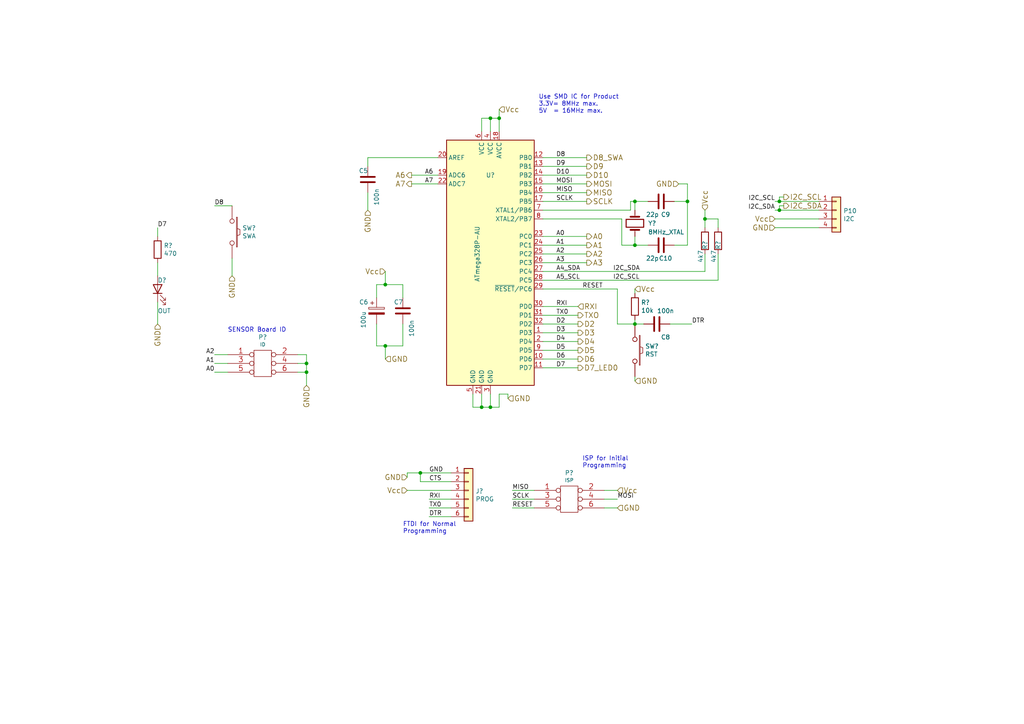
<source format=kicad_sch>
(kicad_sch (version 20250114) (generator "eeschema") (generator_version "9.0")
  (paper "A4")
  (lib_symbols
    (symbol "Connector_Generic:Conn_01x04" (pin_names (offset 1.016) (hide yes))
      (property "Reference" "J" (at 0 5.08 0))
      (property "Value" "Conn_01x04" (at 0 -7.62 0))
      (symbol "Conn_01x04_1_1"
        (rectangle (start -1.27 3.81) (end 1.27 -6.35) (stroke (width 0.254)) (fill (type background)))
        (rectangle (start -1.27 2.667) (end 0 2.413) (stroke (width 0.1524)))
        (rectangle (start -1.27 0.127) (end 0 -0.127) (stroke (width 0.1524)))
        (rectangle (start -1.27 -2.413) (end 0 -2.667) (stroke (width 0.1524)))
        (rectangle (start -1.27 -4.953) (end 0 -5.207) (stroke (width 0.1524)))
        (pin passive line (at -5.08 2.54 0) (length 3.81) (name "Pin_1") (number "1"))
        (pin passive line (at -5.08 0 0) (length 3.81) (name "Pin_2") (number "2"))
        (pin passive line (at -5.08 -2.54 0) (length 3.81) (name "Pin_3") (number "3"))
        (pin passive line (at -5.08 -5.08 0) (length 3.81) (name "Pin_4") (number "4"))
      )
    )
    (symbol "Connector_Generic:Conn_01x06" (pin_names (offset 1.016) (hide yes))
      (property "Reference" "J" (at 0 7.62 0))
      (property "Value" "Conn_01x06" (at 0 -10.16 0))
      (symbol "Conn_01x06_1_1"
        (rectangle (start -1.27 6.35) (end 1.27 -8.89) (stroke (width 0.254)) (fill (type background)))
        (rectangle (start -1.27 5.207) (end 0 4.953) (stroke (width 0.1524)))
        (rectangle (start -1.27 2.667) (end 0 2.413) (stroke (width 0.1524)))
        (rectangle (start -1.27 0.127) (end 0 -0.127) (stroke (width 0.1524)))
        (rectangle (start -1.27 -2.413) (end 0 -2.667) (stroke (width 0.1524)))
        (rectangle (start -1.27 -4.953) (end 0 -5.207) (stroke (width 0.1524)))
        (rectangle (start -1.27 -7.493) (end 0 -7.747) (stroke (width 0.1524)))
        (pin passive line (at -5.08 5.08 0) (length 3.81) (name "Pin_1") (number "1"))
        (pin passive line (at -5.08 2.54 0) (length 3.81) (name "Pin_2") (number "2"))
        (pin passive line (at -5.08 0 0) (length 3.81) (name "Pin_3") (number "3"))
        (pin passive line (at -5.08 -2.54 0) (length 3.81) (name "Pin_4") (number "4"))
        (pin passive line (at -5.08 -5.08 0) (length 3.81) (name "Pin_5") (number "5"))
        (pin passive line (at -5.08 -7.62 0) (length 3.81) (name "Pin_6") (number "6"))
      )
    )
    (symbol "Device:CP" (pin_numbers (hide yes)) (pin_names (offset 0.254))
      (property "Reference" "C" (at 0.635 2.54 0))
      (property "Value" "Device_CP" (at 0.635 -2.54 0))
      (symbol "CP_0_1"
        (rectangle (start -2.286 0.508) (end 2.286 1.016))
        (polyline (pts (xy -1.778 2.286) (xy -0.762 2.286)))
        (polyline (pts (xy -1.27 2.794) (xy -1.27 1.778)))
        (rectangle (start 2.286 -0.508) (end -2.286 -1.016) (fill (type outline)))
      )
      (symbol "CP_1_1"
        (pin passive line (at 0 3.81 270) (length 2.794) (name "~") (number "1"))
        (pin passive line (at 0 -3.81 90) (length 2.794) (name "~") (number "2"))
      )
    )
    (symbol "Device:Crystal" (pin_numbers (hide yes)) (pin_names (offset 1.016) (hide yes))
      (property "Reference" "Y" (at 0 3.81 0))
      (property "Value" "Device_Crystal" (at 0 -3.81 0))
      (symbol "Crystal_0_1"
        (polyline (pts (xy -2.54 0) (xy -1.905 0)))
        (polyline (pts (xy -1.905 -1.27) (xy -1.905 1.27)) (stroke (width 0.508)))
        (rectangle (start -1.143 2.54) (end 1.143 -2.54) (stroke (width 0.3048)))
        (polyline (pts (xy 1.905 -1.27) (xy 1.905 1.27)) (stroke (width 0.508)))
        (polyline (pts (xy 2.54 0) (xy 1.905 0)))
      )
      (symbol "Crystal_1_1"
        (pin passive line (at -3.81 0 0) (length 1.27) (name "1") (number "1"))
        (pin passive line (at 3.81 0 180) (length 1.27) (name "2") (number "2"))
      )
    )
    (symbol "Device:LED" (pin_numbers (hide yes)) (pin_names (offset 1.016) (hide yes))
      (property "Reference" "D" (at 0 2.54 0))
      (property "Value" "Device_LED" (at 0 -2.54 0))
      (symbol "LED_0_1"
        (polyline (pts (xy -3.048 -0.762) (xy -4.572 -2.286) (xy -3.81 -2.286) (xy -4.572 -2.286) (xy -4.572 -1.524)))
        (polyline (pts (xy -1.778 -0.762) (xy -3.302 -2.286) (xy -2.54 -2.286) (xy -3.302 -2.286) (xy -3.302 -1.524)))
        (polyline (pts (xy -1.27 0) (xy 1.27 0)))
        (polyline (pts (xy -1.27 -1.27) (xy -1.27 1.27)) (stroke (width 0.254)))
        (polyline (pts (xy 1.27 -1.27) (xy 1.27 1.27) (xy -1.27 0) (xy 1.27 -1.27)) (stroke (width 0.254)))
      )
      (symbol "LED_1_1"
        (pin passive line (at -3.81 0 0) (length 2.54) (name "K") (number "1"))
        (pin passive line (at 3.81 0 180) (length 2.54) (name "A") (number "2"))
      )
    )
    (symbol "Device:R" (pin_numbers (hide yes)) (pin_names (offset 0))
      (property "Reference" "R" (at 2.032 0 90))
      (property "Value" "Device_R" (at 0 0 90))
      (symbol "R_0_1"
        (rectangle (start -1.016 -2.54) (end 1.016 2.54) (stroke (width 0.254)))
      )
      (symbol "R_1_1"
        (pin passive line (at 0 3.81 270) (length 1.27) (name "~") (number "1"))
        (pin passive line (at 0 -3.81 90) (length 1.27) (name "~") (number "2"))
      )
    )
    (symbol "device:C" (pin_numbers (hide yes)) (pin_names (offset 0.254))
      (property "Reference" "C" (at 0.635 2.54 0))
      (property "Value" "device_C" (at 0.635 -2.54 0))
      (symbol "C_0_1"
        (polyline (pts (xy -2.032 0.762) (xy 2.032 0.762)) (stroke (width 0.508)))
        (polyline (pts (xy -2.032 -0.762) (xy 2.032 -0.762)) (stroke (width 0.508)))
      )
      (symbol "C_1_1"
        (pin passive line (at 0 3.81 270) (length 2.794) (name "~") (number "1"))
        (pin passive line (at 0 -3.81 90) (length 2.794) (name "~") (number "2"))
      )
    )
    (symbol "matts_components:ATmega328P-AU-MCU_Microchip_ATmega"
      (property "Reference" "U" (at -12.7 36.83 0))
      (property "Value" "ATmega328P-AU-MCU_Microchip_ATmega" (at 2.54 -36.83 0))
      (symbol "ATmega328P-AU-MCU_Microchip_ATmega_0_1"
        (rectangle (start -12.7 -35.56) (end 12.7 35.56) (stroke (width 0.254)) (fill (type background)))
      )
      (symbol "ATmega328P-AU-MCU_Microchip_ATmega_1_1"
        (pin passive line (at -15.24 30.48 0) (length 2.54) (name "AREF") (number "20"))
        (pin input line (at -15.24 25.4 0) (length 2.54) (name "ADC6") (number "19"))
        (pin input line (at -15.24 22.86 0) (length 2.54) (name "ADC7") (number "22"))
        (pin power_in line (at -5.08 -38.1 90) (length 2.54) (name "GND") (number "5"))
        (pin power_in line (at -2.54 38.1 270) (length 2.54) (name "VCC") (number "6"))
        (pin power_in line (at -2.54 -38.1 90) (length 2.54) (name "GND") (number "21"))
        (pin power_in line (at 0 38.1 270) (length 2.54) (name "VCC") (number "4"))
        (pin power_in line (at 0 -38.1 90) (length 2.54) (name "GND") (number "3"))
        (pin power_in line (at 2.54 38.1 270) (length 2.54) (name "AVCC") (number "18"))
        (pin bidirectional line (at 15.24 30.48 180) (length 2.54) (name "PB0") (number "12"))
        (pin bidirectional line (at 15.24 27.94 180) (length 2.54) (name "PB1") (number "13"))
        (pin bidirectional line (at 15.24 25.4 180) (length 2.54) (name "PB2") (number "14"))
        (pin bidirectional line (at 15.24 22.86 180) (length 2.54) (name "PB3") (number "15"))
        (pin bidirectional line (at 15.24 20.32 180) (length 2.54) (name "PB4") (number "16"))
        (pin bidirectional line (at 15.24 17.78 180) (length 2.54) (name "PB5") (number "17"))
        (pin bidirectional line (at 15.24 15.24 180) (length 2.54) (name "XTAL1/PB6") (number "7"))
        (pin bidirectional line (at 15.24 12.7 180) (length 2.54) (name "XTAL2/PB7") (number "8"))
        (pin bidirectional line (at 15.24 7.62 180) (length 2.54) (name "PC0") (number "23"))
        (pin bidirectional line (at 15.24 5.08 180) (length 2.54) (name "PC1") (number "24"))
        (pin bidirectional line (at 15.24 2.54 180) (length 2.54) (name "PC2") (number "25"))
        (pin bidirectional line (at 15.24 0 180) (length 2.54) (name "PC3") (number "26"))
        (pin bidirectional line (at 15.24 -2.54 180) (length 2.54) (name "PC4") (number "27"))
        (pin bidirectional line (at 15.24 -5.08 180) (length 2.54) (name "PC5") (number "28"))
        (pin bidirectional line (at 15.24 -7.62 180) (length 2.54) (name "~{RESET}/PC6") (number "29"))
        (pin bidirectional line (at 15.24 -12.7 180) (length 2.54) (name "PD0") (number "30"))
        (pin bidirectional line (at 15.24 -15.24 180) (length 2.54) (name "PD1") (number "31"))
        (pin bidirectional line (at 15.24 -17.78 180) (length 2.54) (name "PD2") (number "32"))
        (pin bidirectional line (at 15.24 -20.32 180) (length 2.54) (name "PD3") (number "1"))
        (pin bidirectional line (at 15.24 -22.86 180) (length 2.54) (name "PD4") (number "2"))
        (pin bidirectional line (at 15.24 -25.4 180) (length 2.54) (name "PD5") (number "9"))
        (pin bidirectional line (at 15.24 -27.94 180) (length 2.54) (name "PD6") (number "10"))
        (pin bidirectional line (at 15.24 -30.48 180) (length 2.54) (name "PD7") (number "11"))
      )
    )
    (symbol "matts_components:ISP_3X2" (pin_names (offset 1.016) (hide yes))
      (property "Reference" "P" (at 0 6.35 0))
      (property "Value" "ISP_3X2" (at 0 1.27 90))
      (symbol "ISP_3X2_0_1"
        (rectangle (start -2.54 5.08) (end 2.54 -2.54))
      )
      (symbol "ISP_3X2_1_1"
        (pin passive inverted (at -10.16 3.81 0) (length 7.62) (name "1") (number "1"))
        (pin passive inverted (at -10.16 1.27 0) (length 7.62) (name "3") (number "3"))
        (pin passive inverted (at -10.16 -1.27 0) (length 7.62) (name "5") (number "5"))
        (pin passive inverted (at 10.16 3.81 180) (length 7.62) (name "2") (number "2"))
        (pin passive inverted (at 10.16 1.27 180) (length 7.62) (name "4") (number "4"))
        (pin passive inverted (at 10.16 -1.27 180) (length 7.62) (name "6") (number "6"))
      )
    )
    (symbol "matts_components:SW_PUSH" (pin_numbers (hide yes)) (pin_names (offset 1.016) (hide yes))
      (property "Reference" "SW" (at 3.81 2.794 0))
      (property "Value" "SW_PUSH" (at 0 -2.032 0))
      (symbol "SW_PUSH_0_1"
        (rectangle (start -4.318 1.27) (end 4.318 1.524))
        (polyline (pts (xy -1.016 1.524) (xy -0.762 2.286) (xy 0.762 2.286) (xy 1.016 1.524)))
        (pin passive inverted (at -7.62 0 0) (length 5.08) (name "1") (number "1"))
        (pin passive inverted (at 7.62 0 180) (length 5.08) (name "2") (number "2"))
      )
    )
  )
  (text "ISP for Initial\nProgramming" (at 168.91 135.89 0) (effects (font (size 1.27 1.27)) (justify left bottom)))
  (text "Use SMD IC for Product\n3.3V= 8MHz max.\n5V  = 16MHz max." (at 156.21 33.02 0) (effects (font (size 1.27 1.27)) (justify left bottom)))
  (text "SENSOR Board ID\n" (at 66.04 96.52 0) (effects (font (size 1.27 1.27)) (justify left bottom)))
  (text "FTDI for Normal\nProgramming" (at 116.84 154.94 0) (effects (font (size 1.27 1.27)) (justify left bottom)))
  (junction (at 142.24 118.11))
  (junction (at 142.24 34.29))
  (junction (at 204.47 63.5))
  (junction (at 199.39 58.42))
  (junction (at 88.9 105.41))
  (junction (at 226.06 60.96))
  (junction (at 184.15 93.98))
  (junction (at 121.92 137.16))
  (junction (at 111.76 82.55))
  (junction (at 184.15 58.42))
  (junction (at 184.15 71.12))
  (junction (at 139.7 118.11))
  (junction (at 226.06 58.42))
  (junction (at 111.76 100.33))
  (junction (at 144.78 34.29))
  (junction (at 88.9 107.95))
  (wire (pts (xy 142.24 118.11) (xy 139.7 118.11)))
  (wire (pts (xy 157.48 73.66) (xy 170.18 73.66)))
  (wire (pts (xy 204.47 78.74) (xy 204.47 73.66)))
  (wire (pts (xy 106.68 55.88) (xy 106.68 60.96)))
  (wire (pts (xy 142.24 34.29) (xy 144.78 34.29)))
  (wire (pts (xy 227.33 57.15) (xy 226.06 57.15)))
  (wire (pts (xy 118.11 138.43) (xy 118.11 137.16)))
  (wire (pts (xy 194.31 93.98) (xy 200.66 93.98)))
  (wire (pts (xy 116.84 82.55) (xy 116.84 86.36)))
  (wire (pts (xy 142.24 34.29) (xy 139.7 34.29)))
  (wire (pts (xy 157.48 60.96) (xy 182.88 60.96)))
  (wire (pts (xy 195.58 71.12) (xy 199.39 71.12)))
  (wire (pts (xy 157.48 58.42) (xy 170.18 58.42)))
  (wire (pts (xy 184.15 93.98) (xy 179.07 93.98)))
  (wire (pts (xy 184.15 110.49) (xy 184.15 109.22)))
  (wire (pts (xy 227.33 59.69) (xy 226.06 59.69)))
  (wire (pts (xy 109.22 100.33) (xy 111.76 100.33)))
  (wire (pts (xy 66.04 102.87) (xy 62.23 102.87)))
  (wire (pts (xy 157.48 71.12) (xy 170.18 71.12)))
  (wire (pts (xy 88.9 102.87) (xy 86.36 102.87)))
  (wire (pts (xy 88.9 107.95) (xy 88.9 111.76)))
  (wire (pts (xy 121.92 139.7) (xy 130.81 139.7)))
  (wire (pts (xy 157.48 93.98) (xy 167.64 93.98)))
  (wire (pts (xy 118.11 137.16) (xy 121.92 137.16)))
  (wire (pts (xy 157.48 88.9) (xy 167.64 88.9)))
  (wire (pts (xy 224.79 60.96) (xy 226.06 60.96)))
  (wire (pts (xy 157.48 55.88) (xy 170.18 55.88)))
  (wire (pts (xy 86.36 105.41) (xy 88.9 105.41)))
  (wire (pts (xy 208.28 81.28) (xy 208.28 73.66)))
  (wire (pts (xy 157.48 63.5) (xy 180.34 63.5)))
  (wire (pts (xy 121.92 139.7) (xy 121.92 137.16)))
  (wire (pts (xy 66.04 105.41) (xy 62.23 105.41)))
  (wire (pts (xy 224.79 66.04) (xy 237.49 66.04)))
  (wire (pts (xy 147.32 114.3) (xy 144.78 114.3)))
  (wire (pts (xy 124.46 147.32) (xy 130.81 147.32)))
  (wire (pts (xy 148.59 144.78) (xy 154.94 144.78)))
  (wire (pts (xy 144.78 34.29) (xy 144.78 31.75)))
  (wire (pts (xy 184.15 71.12) (xy 184.15 68.58)))
  (wire (pts (xy 144.78 34.29) (xy 144.78 38.1)))
  (wire (pts (xy 157.48 83.82) (xy 179.07 83.82)))
  (wire (pts (xy 111.76 82.55) (xy 116.84 82.55)))
  (wire (pts (xy 199.39 58.42) (xy 199.39 53.34)))
  (wire (pts (xy 111.76 104.14) (xy 111.76 100.33)))
  (wire (pts (xy 184.15 93.98) (xy 186.69 93.98)))
  (wire (pts (xy 179.07 144.78) (xy 175.26 144.78)))
  (wire (pts (xy 226.06 57.15) (xy 226.06 58.42)))
  (wire (pts (xy 118.11 142.24) (xy 130.81 142.24)))
  (wire (pts (xy 157.48 45.72) (xy 170.18 45.72)))
  (wire (pts (xy 226.06 60.96) (xy 237.49 60.96)))
  (wire (pts (xy 224.79 58.42) (xy 226.06 58.42)))
  (wire (pts (xy 106.68 45.72) (xy 127 45.72)))
  (wire (pts (xy 226.06 59.69) (xy 226.06 60.96)))
  (wire (pts (xy 184.15 58.42) (xy 187.96 58.42)))
  (wire (pts (xy 119.38 50.8) (xy 127 50.8)))
  (wire (pts (xy 199.39 58.42) (xy 199.39 71.12)))
  (wire (pts (xy 157.48 76.2) (xy 170.18 76.2)))
  (wire (pts (xy 157.48 48.26) (xy 170.18 48.26)))
  (wire (pts (xy 130.81 149.86) (xy 124.46 149.86)))
  (wire (pts (xy 86.36 107.95) (xy 88.9 107.95)))
  (wire (pts (xy 121.92 137.16) (xy 130.81 137.16)))
  (wire (pts (xy 106.68 45.72) (xy 106.68 48.26)))
  (wire (pts (xy 199.39 53.34) (xy 196.85 53.34)))
  (wire (pts (xy 109.22 86.36) (xy 109.22 82.55)))
  (wire (pts (xy 184.15 58.42) (xy 184.15 60.96)))
  (wire (pts (xy 157.48 101.6) (xy 167.64 101.6)))
  (wire (pts (xy 157.48 68.58) (xy 170.18 68.58)))
  (wire (pts (xy 45.72 87.63) (xy 45.72 93.98)))
  (wire (pts (xy 67.31 80.01) (xy 67.31 74.93)))
  (wire (pts (xy 184.15 71.12) (xy 180.34 71.12)))
  (wire (pts (xy 88.9 105.41) (xy 88.9 102.87)))
  (wire (pts (xy 184.15 93.98) (xy 184.15 92.71)))
  (wire (pts (xy 226.06 58.42) (xy 237.49 58.42)))
  (wire (pts (xy 175.26 142.24) (xy 179.07 142.24)))
  (wire (pts (xy 142.24 114.3) (xy 142.24 118.11)))
  (wire (pts (xy 184.15 71.12) (xy 187.96 71.12)))
  (wire (pts (xy 224.79 63.5) (xy 237.49 63.5)))
  (wire (pts (xy 179.07 83.82) (xy 179.07 93.98)))
  (wire (pts (xy 180.34 71.12) (xy 180.34 63.5)))
  (wire (pts (xy 45.72 76.2) (xy 45.72 80.01)))
  (wire (pts (xy 157.48 99.06) (xy 167.64 99.06)))
  (wire (pts (xy 157.48 91.44) (xy 167.64 91.44)))
  (wire (pts (xy 157.48 78.74) (xy 204.47 78.74)))
  (wire (pts (xy 139.7 34.29) (xy 139.7 38.1)))
  (wire (pts (xy 130.81 144.78) (xy 124.46 144.78)))
  (wire (pts (xy 182.88 58.42) (xy 184.15 58.42)))
  (wire (pts (xy 66.04 107.95) (xy 62.23 107.95)))
  (wire (pts (xy 144.78 118.11) (xy 142.24 118.11)))
  (wire (pts (xy 88.9 107.95) (xy 88.9 105.41)))
  (wire (pts (xy 157.48 81.28) (xy 208.28 81.28)))
  (wire (pts (xy 184.15 85.09) (xy 184.15 83.82)))
  (wire (pts (xy 147.32 115.57) (xy 147.32 114.3)))
  (wire (pts (xy 62.23 59.69) (xy 67.31 59.69)))
  (wire (pts (xy 154.94 142.24) (xy 148.59 142.24)))
  (wire (pts (xy 157.48 104.14) (xy 167.64 104.14)))
  (wire (pts (xy 175.26 147.32) (xy 179.07 147.32)))
  (wire (pts (xy 109.22 93.98) (xy 109.22 100.33)))
  (wire (pts (xy 119.38 53.34) (xy 127 53.34)))
  (wire (pts (xy 204.47 63.5) (xy 208.28 63.5)))
  (wire (pts (xy 157.48 106.68) (xy 167.64 106.68)))
  (wire (pts (xy 195.58 58.42) (xy 199.39 58.42)))
  (wire (pts (xy 204.47 66.04) (xy 204.47 63.5)))
  (wire (pts (xy 139.7 114.3) (xy 139.7 118.11)))
  (wire (pts (xy 111.76 100.33) (xy 116.84 100.33)))
  (wire (pts (xy 109.22 82.55) (xy 111.76 82.55)))
  (wire (pts (xy 208.28 63.5) (xy 208.28 66.04)))
  (wire (pts (xy 157.48 53.34) (xy 170.18 53.34)))
  (wire (pts (xy 144.78 114.3) (xy 144.78 118.11)))
  (wire (pts (xy 45.72 68.58) (xy 45.72 66.04)))
  (wire (pts (xy 137.16 118.11) (xy 137.16 114.3)))
  (wire (pts (xy 154.94 147.32) (xy 148.59 147.32)))
  (wire (pts (xy 182.88 60.96) (xy 182.88 58.42)))
  (wire (pts (xy 157.48 96.52) (xy 167.64 96.52)))
  (wire (pts (xy 111.76 78.74) (xy 111.76 82.55)))
  (wire (pts (xy 139.7 118.11) (xy 137.16 118.11)))
  (wire (pts (xy 142.24 38.1) (xy 142.24 34.29)))
  (wire (pts (xy 116.84 93.98) (xy 116.84 100.33)))
  (wire (pts (xy 204.47 63.5) (xy 204.47 60.96)))
  (wire (pts (xy 157.48 50.8) (xy 170.18 50.8)))
  (label "I2C_SCL" (at 224.79 58.42 180))
  (label "MOSI" (at 179.07 144.78 0))
  (label "MISO" (at 148.59 142.24 0))
  (label "I2C_SDA" (at 224.79 60.96 180))
  (label "D7" (at 45.72 66.04 0))
  (label "I2C_SCL" (at 177.8 81.28 0))
  (label "RXI" (at 161.29 88.9 0))
  (label "A4_SDA" (at 161.29 78.74 0))
  (label "I2C_SDA" (at 177.8 78.74 0))
  (label "D10" (at 161.29 50.8 0))
  (label "D3" (at 161.29 96.52 0))
  (label "A1" (at 62.23 105.41 180))
  (label "A7" (at 123.19 53.34 0))
  (label "A0" (at 161.29 68.58 0))
  (label "RESET" (at 168.91 83.82 0))
  (label "D8" (at 62.23 59.69 0))
  (label "D8" (at 161.29 45.72 0))
  (label "D7" (at 161.29 106.68 0))
  (label "A0" (at 62.23 107.95 180))
  (label "D5" (at 161.29 101.6 0))
  (label "RXI" (at 124.46 144.78 0))
  (label "CTS" (at 124.46 139.7 0))
  (label "D4" (at 161.29 99.06 0))
  (label "RESET" (at 148.59 147.32 0))
  (label "SCLK" (at 161.29 58.42 0))
  (label "TX0" (at 161.29 91.44 0))
  (label "A5_SCL" (at 161.29 81.28 0))
  (label "A3" (at 161.29 76.2 0))
  (label "MOSI" (at 161.29 53.34 0))
  (label "SCLK" (at 148.59 144.78 0))
  (label "A2" (at 62.23 102.87 180))
  (label "MISO" (at 161.29 55.88 0))
  (label "DTR" (at 124.46 149.86 0))
  (label "D9" (at 161.29 48.26 0))
  (label "D2" (at 161.29 93.98 0))
  (label "D6" (at 161.29 104.14 0))
  (label "A6" (at 123.19 50.8 0))
  (label "GND" (at 124.46 137.16 0))
  (label "A2" (at 161.29 73.66 0))
  (label "DTR" (at 200.66 93.98 0))
  (label "TX0" (at 124.46 147.32 0))
  (label "A1" (at 161.29 71.12 0))
  (hierarchical_label "GND" (shape input) (at 45.72 93.98 270) (effects (font (size 1.524 1.524))))
  (hierarchical_label "GND" (shape input) (at 179.07 147.32 0) (effects (font (size 1.524 1.524))))
  (hierarchical_label "D8_SWA" (shape output) (at 170.18 45.72 0) (effects (font (size 1.524 1.524))))
  (hierarchical_label "MISO" (shape output) (at 170.18 55.88 0) (effects (font (size 1.524 1.524))))
  (hierarchical_label "D6" (shape output) (at 167.64 104.14 0) (effects (font (size 1.524 1.524))))
  (hierarchical_label "A0" (shape output) (at 170.18 68.58 0) (effects (font (size 1.524 1.524))))
  (hierarchical_label "D5" (shape output) (at 167.64 101.6 0) (effects (font (size 1.524 1.524))))
  (hierarchical_label "D3" (shape output) (at 167.64 96.52 0) (effects (font (size 1.524 1.524))))
  (hierarchical_label "GND" (shape input) (at 118.11 138.43 180) (effects (font (size 1.524 1.524))))
  (hierarchical_label "Vcc" (shape input) (at 118.11 142.24 180) (effects (font (size 1.524 1.524))))
  (hierarchical_label "A3" (shape output) (at 170.18 76.2 0) (effects (font (size 1.524 1.524))))
  (hierarchical_label "TXO" (shape output) (at 167.64 91.44 0) (effects (font (size 1.524 1.524))))
  (hierarchical_label "SCLK" (shape output) (at 170.18 58.42 0) (effects (font (size 1.524 1.524))))
  (hierarchical_label "GND" (shape input) (at 106.68 60.96 270) (effects (font (size 1.524 1.524))))
  (hierarchical_label "Vcc" (shape input) (at 111.76 78.74 180) (effects (font (size 1.524 1.524))))
  (hierarchical_label "GND" (shape input) (at 196.85 53.34 180) (effects (font (size 1.524 1.524))))
  (hierarchical_label "Vcc" (shape input) (at 179.07 142.24 0) (effects (font (size 1.524 1.524))))
  (hierarchical_label "D2" (shape output) (at 167.64 93.98 0) (effects (font (size 1.524 1.524))))
  (hierarchical_label "RXI" (shape input) (at 167.64 88.9 0) (effects (font (size 1.524 1.524))))
  (hierarchical_label "A1" (shape output) (at 170.18 71.12 0) (effects (font (size 1.524 1.524))))
  (hierarchical_label "Vcc" (shape input) (at 184.15 83.82 0) (effects (font (size 1.524 1.524))))
  (hierarchical_label "Vcc" (shape input) (at 224.79 63.5 180) (effects (font (size 1.524 1.524))))
  (hierarchical_label "D7_LED0" (shape output) (at 167.64 106.68 0) (effects (font (size 1.524 1.524))))
  (hierarchical_label "A2" (shape output) (at 170.18 73.66 0) (effects (font (size 1.524 1.524))))
  (hierarchical_label "D4" (shape output) (at 167.64 99.06 0) (effects (font (size 1.524 1.524))))
  (hierarchical_label "GND" (shape input) (at 67.31 80.01 270) (effects (font (size 1.524 1.524))))
  (hierarchical_label "GND" (shape input) (at 184.15 110.49 0) (effects (font (size 1.524 1.524))))
  (hierarchical_label "GND" (shape input) (at 147.32 115.57 0) (effects (font (size 1.524 1.524))))
  (hierarchical_label "GND" (shape input) (at 111.76 104.14 0) (effects (font (size 1.524 1.524))))
  (hierarchical_label "GND" (shape input) (at 224.79 66.04 180) (effects (font (size 1.524 1.524))))
  (hierarchical_label "I2C_SCL" (shape output) (at 227.33 57.15 0) (effects (font (size 1.524 1.524))))
  (hierarchical_label "D10" (shape output) (at 170.18 50.8 0) (effects (font (size 1.524 1.524))))
  (hierarchical_label "D9" (shape output) (at 170.18 48.26 0) (effects (font (size 1.524 1.524))))
  (hierarchical_label "A6" (shape output) (at 119.38 50.8 180) (effects (font (size 1.524 1.524))))
  (hierarchical_label "A7" (shape output) (at 119.38 53.34 180) (effects (font (size 1.524 1.524))))
  (hierarchical_label "MOSI" (shape output) (at 170.18 53.34 0) (effects (font (size 1.524 1.524))))
  (hierarchical_label "I2C_SDA" (shape output) (at 227.33 59.69 0) (effects (font (size 1.524 1.524))))
  (hierarchical_label "Vcc" (shape input) (at 204.47 60.96 90) (effects (font (size 1.524 1.524))))
  (hierarchical_label "GND" (shape input) (at 88.9 111.76 270) (effects (font (size 1.524 1.524))))
  (hierarchical_label "Vcc" (shape input) (at 144.78 31.75 0) (effects (font (size 1.524 1.524))))
  (symbol (lib_id "device:C") (at 106.68 52.07 180) (unit 1)
    (property "Reference" "C5" (at 105.41 49.53 0))
    (property "Value" "100n" (at 109.22 57.15 90))
    (property "Footprint" "REInnovationFootprint:SM_C_0805" (effects (hide yes)))
    (property "LCSC" "C49678" (effects (hide yes)))
    (property "JLCPCB Add" "Y" (effects (hide yes)))
  )
  (symbol (lib_id "Connector_Generic:Conn_01x06") (at 135.89 142.24 0) (unit 1)
    (property "Reference" "P9" (at 137.922 142.4432 0) (effects (justify left)))
    (property "Value" "PROG" (at 137.922 144.7546 0) (effects (justify left)))
    (property "Footprint" "REInnovationFootprint:TH_6x1_FTDI" (effects (hide yes)))
    (instances (project "" (path "" (reference "J?") (unit 1)) (path "" (reference "P9") (unit 1))))
  )
  (symbol (lib_id "matts_components:ATmega328P-AU-MCU_Microchip_ATmega") (at 142.24 76.2 0) (unit 1)
    (property "Reference" "U4" (at 142.24 50.8 0))
    (property "Value" "ATmega328P-AU" (at 138.43 73.66 90))
    (property "Footprint" "REInnovationFootprint:TQFP32-08" (effects (hide yes)))
    (property "Supplier 1" "Farnell" (effects (hide yes)))
    (property "Manufacturer" "ATMEL" (effects (hide yes)))
    (property "Manufacturer Part" "ATMEGA328P-AU" (effects (hide yes)))
    (property "LCSC" "C14877" (effects (hide yes)))
    (property "JLCPCB Add" "Y" (effects (hide yes)))
    (property "JLCPCB Cost" "1.2649" (effects (hide yes)))
    (instances (project "" (path "" (reference "U?") (unit 1)) (path "" (reference "U4") (unit 1))))
  )
  (symbol (lib_id "Device:R") (at 208.28 69.85 0) (unit 1)
    (property "Reference" "R7" (at 208.28 72.39 90) (effects (justify left)))
    (property "Value" "4k7" (at 207.01 76.2 90) (effects (justify left)))
    (property "Footprint" "REInnovationFootprint:SM0805" (effects (hide yes)))
    (property "Supplier 1" "Farnell" (effects (hide yes)))
    (property "Supplier 1 Code" "9334580" (effects (hide yes)))
    (property "Supplier 1 Web" "https://uk.farnell.com/multicomp/mc01w080554k7/res-4k7-5-0-1w-0805-thick-film/dp/9334580?st=0805%20resistor%204k7" (effects (hide yes)))
    (property "Manufacturer Part" "MC01W080554K7" (effects (hide yes)))
    (property "Supplier 1 Cost" "0.01" (effects (hide yes)))
    (property "LCSC" "C17673" (effects (hide yes)))
    (property "JLCPCB Add" "Y" (effects (hide yes)))
    (property "JLCPCB Cost" "0.0031" (effects (hide yes)))
    (instances (project "" (path "" (reference "R?") (unit 1)) (path "" (reference "R7") (unit 1))))
  )
  (symbol (lib_id "Device:R") (at 184.15 88.9 0) (unit 1)
    (property "Reference" "R5" (at 185.928 87.7316 0) (effects (justify left)))
    (property "Value" "10k" (at 185.928 90.043 0) (effects (justify left)))
    (property "Footprint" "REInnovationFootprint:SM0805" (effects (hide yes)))
    (property "Supplier 1" "Farnell" (effects (hide yes)))
    (property "Supplier 1 Code" "2073607" (effects (hide yes)))
    (property "Supplier 1 Web" "https://uk.farnell.com/multicomp/mcmr08x1002ftl/res-10k-1-0-125w-0805-ceramic/dp/2073607?st=0805%20resistor%2010k" (effects (hide yes)))
    (property "Supplier 1 Cost" "0.02" (effects (hide yes)))
    (property "Manufacturer Part" "MCMR08X1002FTL" (effects (hide yes)))
    (property "LCSC" "C17414" (effects (hide yes)))
    (property "JLCPCB Add" "Y" (effects (hide yes)))
    (property "JLCPCB Cost" "0.0029" (effects (hide yes)))
    (instances (project "" (path "" (reference "R?") (unit 1)) (path "" (reference "R5") (unit 1))))
  )
  (symbol (lib_id "matts_components:ISP_3X2") (at 76.2 106.68 0) (unit 1)
    (property "Reference" "P3" (at 76.2 97.79 0))
    (property "Value" "ID" (at 76.2 99.9236 0) (effects (font (size 1.016 1.016))))
    (property "Footprint" "REInnovationFootprint:SM_6pad_3W_SOLDER" (effects (hide yes)))
    (property "Supplier 1" "Toby Electronics" (effects (hide yes)))
    (property "Supplier 1 Code" "THD-03-R" (effects (hide yes)))
    (property "Supplier 1 Web" "https://www.toby.co.uk/board-to-board-pcb-connectors/254mm-headers/thd-valcon-2.54mm-pitch-dual-row-pin-header/" (effects (hide yes)))
    (property "Manufacturer" "Valcon" (effects (hide yes)))
    (property "Supplier 1 Cost" "0.05" (effects (hide yes)))
    (instances (project "" (path "" (reference "P?") (unit 1)) (path "" (reference "P3") (unit 1))))
  )
  (symbol (lib_id "matts_components:SW_PUSH") (at 67.31 67.31 270) (unit 1)
    (property "Reference" "SW1" (at 70.2818 66.1416 90) (effects (justify left)))
    (property "Value" "SWA" (at 70.2818 68.453 90) (effects (justify left)))
    (property "Footprint" "REInnovationFootprint:SMD_SW_6x3_5" (effects (hide yes)))
    (property "Supplier 1 Web" "https://uk.farnell.com/alcoswitch-te-connectivity/147873-1/tactile-switch-spst-0-05a-24v/dp/2610942" (effects (hide yes)))
    (property "Supplier 1" "Farnell" (effects (hide yes)))
    (property "Supplier 1 Code" "2610942" (effects (hide yes)))
    (property "Manufacturer Part" "147873-1" (effects (hide yes)))
    (property "Supplier 1 Cost" "0.236" (effects (hide yes)))
    (property "LCSC" "C412368" (effects (hide yes)))
    (property "JLCPCB Add" "Y" (effects (hide yes)))
    (property "JLCPCB Cost" "0.0194" (effects (hide yes)))
    (instances (project "" (path "" (reference "SW?") (unit 1)) (path "" (reference "SW1") (unit 1))))
  )
  (symbol (lib_id "Device:Crystal") (at 184.15 64.77 270) (unit 1)
    (property "Reference" "Y1" (at 187.96 64.77 90) (effects (justify left)))
    (property "Value" "8MHz_XTAL" (at 187.96 67.31 90) (effects (justify left)))
    (property "Footprint" "REInnovationFootprint:SM-crystal-HC49UP" (effects (hide yes)))
    (property "Supplier 1" "Farnell" (effects (hide yes)))
    (property "Supplier 1 Code" "2832071" (effects (hide yes)))
    (property "Supplier 1 Web" "https://uk.farnell.com/iqd-frequency-products/lfxtal058154/crystal-8mhz-18pf-11-4mm-x-4-9mm/dp/2832071?st=hc49%208mhz" (effects (hide yes)))
    (property "Manufacturer Part" "LFXTAL058154" (effects (hide yes)))
    (property "Supplier 1 Cost" "0.5952" (effects (hide yes)))
    (property "LCSC" "C12674" (effects (hide yes)))
    (property "JLCPCB Add" "Y" (effects (hide yes)))
    (property "JLCPCB Cost" "0.0425" (effects (hide yes)))
    (instances (project "" (path "" (reference "Y?") (unit 1)) (path "" (reference "Y1") (unit 1))))
  )
  (symbol (lib_id "Device:LED") (at 45.72 83.82 90) (unit 1)
    (property "Reference" "D2" (at 45.72 81.28 90) (effects (justify right)))
    (property "Value" "OUT" (at 45.72 90.17 90) (effects (justify right)))
    (property "Footprint" "REInnovationFootprint:SM0805_LED" (effects (hide yes)))
    (property "Supplier 1" "Farnell" (effects (hide yes)))
    (property "Supplier 1 Code" "3015159" (effects (hide yes)))
    (property "Supplier 1 Web" "https://uk.farnell.com/multicomp-pro/mc011368/led-orange-red-150mcd-620nm-0805/dp/3015159" (effects (hide yes)))
    (property "Manufacturer Part" "MC011368" (effects (hide yes)))
    (property "Supplier 1 Cost" "0.0834" (effects (hide yes)))
    (property "LCSC" "C2296" (effects (hide yes)))
    (property "JLCPCB Add" "Y" (effects (hide yes)))
    (property "JLCPCB Cost" "0.0102" (effects (hide yes)))
    (instances (project "" (path "" (reference "D?") (unit 1)) (path "" (reference "D2") (unit 1))))
  )
  (symbol (lib_id "Device:R") (at 45.72 72.39 0) (unit 1)
    (property "Reference" "R4" (at 47.498 71.2216 0) (effects (justify left)))
    (property "Value" "470" (at 47.498 73.533 0) (effects (justify left)))
    (property "Footprint" "REInnovationFootprint:SM0805" (effects (hide yes)))
    (property "Supplier 1" "Farnell" (effects (hide yes)))
    (property "Supplier 1 Code" "2447662" (effects (hide yes)))
    (property "Supplier 1 Web" "https://uk.farnell.com/multicomp/mcwr08x4700ftl/res-470r-1-0-125w-thick-film/dp/2447662?st=470r%200805" (effects (hide yes)))
    (property "Manufacturer Part" "MCWR08X4700FTL" (effects (hide yes)))
    (property "Supplier 1 Cost" "0.0077" (effects (hide yes)))
    (property "LCSC" "C17710" (effects (hide yes)))
    (property "JLCPCB Add" "Y" (effects (hide yes)))
    (property "JLCPCB Cost" "0.0030" (effects (hide yes)))
    (instances (project "" (path "" (reference "R?") (unit 1)) (path "" (reference "R4") (unit 1))))
  )
  (symbol (lib_id "matts_components:SW_PUSH") (at 184.15 101.6 270) (unit 1)
    (property "Reference" "SW2" (at 187.1218 100.4316 90) (effects (justify left)))
    (property "Value" "RST" (at 187.1218 102.743 90) (effects (justify left)))
    (property "Footprint" "REInnovationFootprint:SMD_SW_6x3_5" (effects (hide yes)))
    (property "Supplier 1" "Farnell" (effects (hide yes)))
    (property "Supplier 1 Code" "2610942" (effects (hide yes)))
    (property "Supplier 1 Web" "https://uk.farnell.com/alcoswitch-te-connectivity/147873-1/tactile-switch-spst-0-05a-24v/dp/2610942" (effects (hide yes)))
    (property "Manufacturer Part" "147873-1" (effects (hide yes)))
    (property "Supplier 1 Cost" "0.236" (effects (hide yes)))
    (property "LCSC" "C412368" (effects (hide yes)))
    (property "JLCPCB Add" "Y" (effects (hide yes)))
    (property "JLCPCB Cost" "0.0194" (effects (hide yes)))
    (instances (project "" (path "" (reference "SW?") (unit 1)) (path "" (reference "SW2") (unit 1))))
  )
  (symbol (lib_id "Device:R") (at 204.47 69.85 0) (unit 1)
    (property "Reference" "R6" (at 204.47 72.39 90) (effects (justify left)))
    (property "Value" "4k7" (at 203.2 76.2 90) (effects (justify left)))
    (property "Footprint" "REInnovationFootprint:SM0805" (effects (hide yes)))
    (property "Supplier 1" "Farnell" (effects (hide yes)))
    (property "Supplier 1 Code" "9334580" (effects (hide yes)))
    (property "Supplier 1 Web" "https://uk.farnell.com/multicomp/mc01w080554k7/res-4k7-5-0-1w-0805-thick-film/dp/9334580?st=0805%20resistor%204k7" (effects (hide yes)))
    (property "Manufacturer Part" "MC01W080554K7" (effects (hide yes)))
    (property "Supplier 1 Cost" "0.01" (effects (hide yes)))
    (property "LCSC" "C17673" (effects (hide yes)))
    (property "JLCPCB Add" "Y" (effects (hide yes)))
    (property "JLCPCB Cost" "0.0031" (effects (hide yes)))
    (instances (project "" (path "" (reference "R?") (unit 1)) (path "" (reference "R6") (unit 1))))
  )
  (symbol (lib_id "matts_components:ISP_3X2") (at 165.1 146.05 0) (unit 1)
    (property "Reference" "P4" (at 165.1 137.16 0))
    (property "Value" "ISP" (at 165.1 139.2936 0) (effects (font (size 1.016 1.016))))
    (property "Footprint" "REInnovationFootprint:ISP_3x2" (effects (hide yes)))
    (instances (project "" (path "" (reference "P?") (unit 1)) (path "" (reference "P4") (unit 1))))
  )
  (symbol (lib_id "device:C") (at 191.77 71.12 270) (unit 1)
    (property "Reference" "C10" (at 193.04 74.93 90))
    (property "Value" "22p" (at 189.23 74.93 90))
    (property "Footprint" "REInnovationFootprint:SM_C_0805" (effects (hide yes)))
    (property "LCSC" "C1804" (effects (hide yes)))
    (property "JLCPCB Add" "Y" (effects (hide yes)))
  )
  (symbol (lib_id "device:C") (at 191.77 58.42 270) (unit 1)
    (property "Reference" "C9" (at 193.04 62.23 90))
    (property "Value" "22p" (at 189.23 62.23 90))
    (property "Footprint" "REInnovationFootprint:SM_C_0805" (effects (hide yes)))
    (property "LCSC" "C1804" (effects (hide yes)))
    (property "JLCPCB Add" "Y" (effects (hide yes)))
  )
  (symbol (lib_id "device:C") (at 190.5 93.98 270) (unit 1)
    (property "Reference" "C8" (at 193.04 97.79 90))
    (property "Value" "100n" (at 193.04 90.17 90))
    (property "Footprint" "REInnovationFootprint:SM_C_0805" (effects (hide yes)))
    (property "LCSC" "C49678" (effects (hide yes)))
    (property "JLCPCB Add" "Y" (effects (hide yes)))
  )
  (symbol (lib_id "Connector_Generic:Conn_01x04") (at 242.57 60.96 0) (unit 1)
    (property "Reference" "P10" (at 244.602 61.1632 0) (effects (justify left)))
    (property "Value" "I2C" (at 244.602 63.4746 0) (effects (justify left)))
    (property "Footprint" "REInnovationFootprint:SIL-4_Grove_Not_Labelled" (effects (hide yes)))
  )
  (symbol (lib_id "device:C") (at 116.84 90.17 180) (unit 1)
    (property "Reference" "C7" (at 115.57 87.63 0))
    (property "Value" "100n" (at 119.38 95.25 90))
    (property "Footprint" "REInnovationFootprint:SM_C_0805" (effects (hide yes)))
    (property "LCSC" "C49678" (effects (hide yes)))
    (property "JLCPCB Add" "Y" (effects (hide yes)))
  )
  (symbol (lib_id "Device:CP") (at 109.22 90.17 0) (unit 1)
    (property "Reference" "C6" (at 104.14 87.63 0) (effects (justify left)))
    (property "Value" "100u" (at 105.41 95.25 90) (effects (justify left)))
    (property "Footprint" "REInnovationFootprint:SM_6.3x7.7" (effects (hide yes)))
    (property "LCSC" "C164071" (effects (hide yes)))
    (property "JLCPCB Add" "Y" (effects (hide yes)))
  )
)
</source>
